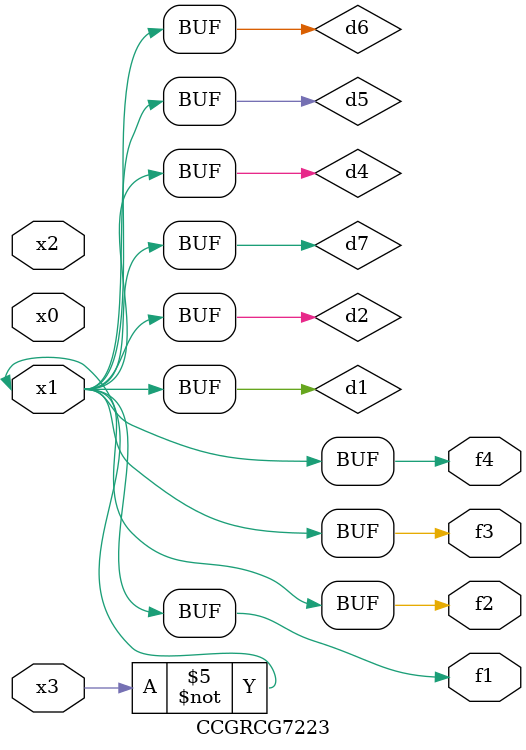
<source format=v>
module CCGRCG7223(
	input x0, x1, x2, x3,
	output f1, f2, f3, f4
);

	wire d1, d2, d3, d4, d5, d6, d7;

	not (d1, x3);
	buf (d2, x1);
	xnor (d3, d1, d2);
	nor (d4, d1);
	buf (d5, d1, d2);
	buf (d6, d4, d5);
	nand (d7, d4);
	assign f1 = d6;
	assign f2 = d7;
	assign f3 = d6;
	assign f4 = d6;
endmodule

</source>
